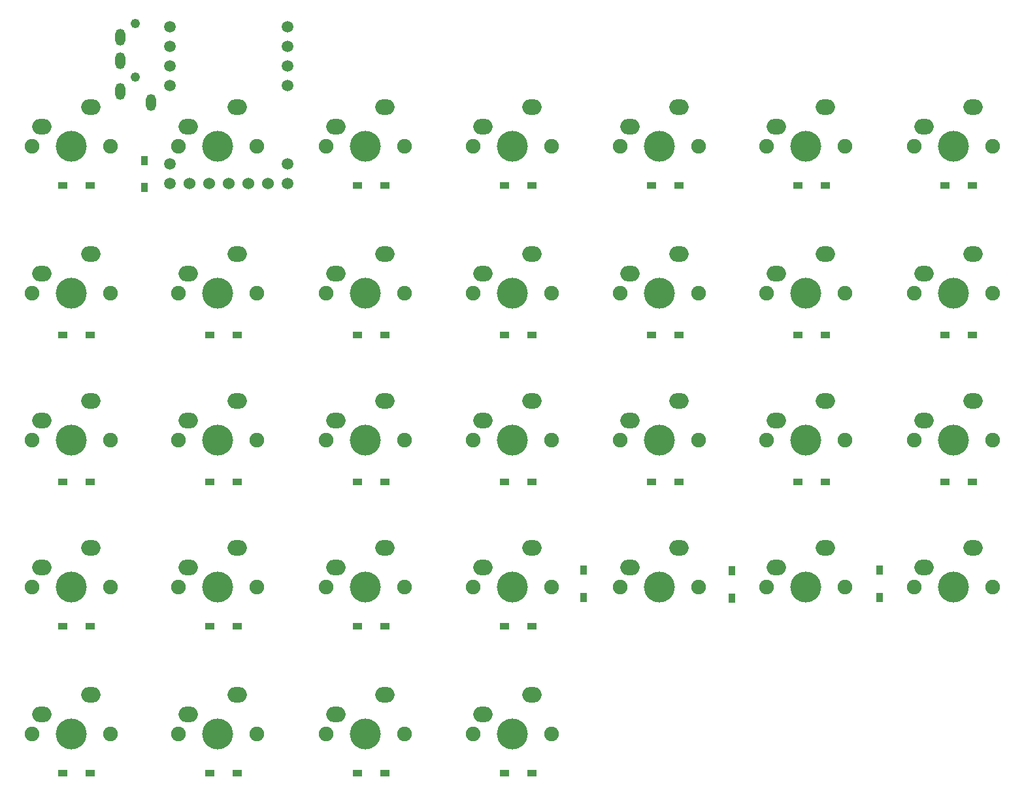
<source format=gbr>
%TF.GenerationSoftware,KiCad,Pcbnew,(7.0.0-0)*%
%TF.CreationDate,2023-04-16T10:11:04+09:00*%
%TF.ProjectId,pcb,7063622e-6b69-4636-9164-5f7063625858,rev?*%
%TF.SameCoordinates,Original*%
%TF.FileFunction,Soldermask,Bot*%
%TF.FilePolarity,Negative*%
%FSLAX46Y46*%
G04 Gerber Fmt 4.6, Leading zero omitted, Abs format (unit mm)*
G04 Created by KiCad (PCBNEW (7.0.0-0)) date 2023-04-16 10:11:04*
%MOMM*%
%LPD*%
G01*
G04 APERTURE LIST*
G04 Aperture macros list*
%AMRoundRect*
0 Rectangle with rounded corners*
0 $1 Rounding radius*
0 $2 $3 $4 $5 $6 $7 $8 $9 X,Y pos of 4 corners*
0 Add a 4 corners polygon primitive as box body*
4,1,4,$2,$3,$4,$5,$6,$7,$8,$9,$2,$3,0*
0 Add four circle primitives for the rounded corners*
1,1,$1+$1,$2,$3*
1,1,$1+$1,$4,$5*
1,1,$1+$1,$6,$7*
1,1,$1+$1,$8,$9*
0 Add four rect primitives between the rounded corners*
20,1,$1+$1,$2,$3,$4,$5,0*
20,1,$1+$1,$4,$5,$6,$7,0*
20,1,$1+$1,$6,$7,$8,$9,0*
20,1,$1+$1,$8,$9,$2,$3,0*%
G04 Aperture macros list end*
%ADD10C,1.900000*%
%ADD11C,4.000000*%
%ADD12O,2.500000X2.000000*%
%ADD13R,0.950000X1.300000*%
%ADD14R,1.300000X0.950000*%
%ADD15C,1.210000*%
%ADD16O,1.300000X2.200000*%
%ADD17RoundRect,0.756000X0.000000X-0.006000X0.000000X-0.006000X0.000000X0.006000X0.000000X0.006000X0*%
%ADD18RoundRect,0.756000X0.006000X0.000000X0.006000X0.000000X-0.006000X0.000000X-0.006000X0.000000X0*%
%ADD19RoundRect,0.756000X0.000000X0.006000X0.000000X0.006000X0.000000X-0.006000X0.000000X-0.006000X0*%
G04 APERTURE END LIST*
D10*
%TO.C,SW54*%
X268835987Y-95212000D03*
D11*
X273915987Y-95212000D03*
D10*
X278995987Y-95212000D03*
D12*
X270105986Y-92671999D03*
X276455986Y-90131999D03*
%TD*%
D13*
%TO.C,D56*%
X302499999Y-96539999D03*
X302499999Y-92989999D03*
%TD*%
D14*
%TO.C,D38*%
X234810986Y-81611999D03*
X238360986Y-81611999D03*
%TD*%
D10*
%TO.C,SW62*%
X211635987Y-114262000D03*
D11*
X216715987Y-114262000D03*
D10*
X221795987Y-114262000D03*
D12*
X212905986Y-111721999D03*
X219255986Y-109181999D03*
%TD*%
D10*
%TO.C,SW23*%
X211635987Y-57112000D03*
D11*
X216715987Y-57112000D03*
D10*
X221795987Y-57112000D03*
D12*
X212905986Y-54571999D03*
X219255986Y-52031999D03*
%TD*%
D14*
%TO.C,D53*%
X253925986Y-100291999D03*
X257475986Y-100291999D03*
%TD*%
D13*
%TO.C,D9*%
X207216199Y-43427999D03*
X207216199Y-39877999D03*
%TD*%
D10*
%TO.C,SW12*%
X268835987Y-38062000D03*
D11*
X273915987Y-38062000D03*
D10*
X278995987Y-38062000D03*
D12*
X270105986Y-35521999D03*
X276455986Y-32981999D03*
%TD*%
D10*
%TO.C,SW40*%
X268835987Y-76162000D03*
D11*
X273915987Y-76162000D03*
D10*
X278995987Y-76162000D03*
D12*
X270105986Y-73621999D03*
X276455986Y-71081999D03*
%TD*%
D13*
%TO.C,D55*%
X283379999Y-96639999D03*
X283379999Y-93089999D03*
%TD*%
D14*
%TO.C,D36*%
X196675986Y-81611999D03*
X200225986Y-81611999D03*
%TD*%
%TO.C,D62*%
X215725986Y-119361999D03*
X219275986Y-119361999D03*
%TD*%
%TO.C,D13*%
X291905986Y-43161999D03*
X295455986Y-43161999D03*
%TD*%
D10*
%TO.C,SW53*%
X249835987Y-95212000D03*
D11*
X254915987Y-95212000D03*
D10*
X259995987Y-95212000D03*
D12*
X251105986Y-92671999D03*
X257455986Y-90131999D03*
%TD*%
D13*
%TO.C,D54*%
X264159999Y-96539999D03*
X264159999Y-92989999D03*
%TD*%
D14*
%TO.C,D64*%
X253925986Y-119361999D03*
X257475986Y-119361999D03*
%TD*%
D10*
%TO.C,SW28*%
X306935987Y-57112000D03*
D11*
X312015987Y-57112000D03*
D10*
X317095987Y-57112000D03*
D12*
X308205986Y-54571999D03*
X314555986Y-52031999D03*
%TD*%
D10*
%TO.C,SW51*%
X211635987Y-95212000D03*
D11*
X216715987Y-95212000D03*
D10*
X221795987Y-95212000D03*
D12*
X212905986Y-92671999D03*
X219255986Y-90131999D03*
%TD*%
D14*
%TO.C,D23*%
X215725986Y-62481999D03*
X219275986Y-62481999D03*
%TD*%
D10*
%TO.C,SW37*%
X211635987Y-76162000D03*
D11*
X216715987Y-76162000D03*
D10*
X221795987Y-76162000D03*
D12*
X212905986Y-73621999D03*
X219255986Y-71081999D03*
%TD*%
D10*
%TO.C,SW56*%
X306935987Y-95212000D03*
D11*
X312015987Y-95212000D03*
D10*
X317095987Y-95212000D03*
D12*
X308205986Y-92671999D03*
X314555986Y-90131999D03*
%TD*%
D14*
%TO.C,D63*%
X234810986Y-119361999D03*
X238360986Y-119361999D03*
%TD*%
D10*
%TO.C,SW9*%
X211635987Y-38062000D03*
D11*
X216715987Y-38062000D03*
D10*
X221795987Y-38062000D03*
D12*
X212905986Y-35521999D03*
X219255986Y-32981999D03*
%TD*%
D10*
%TO.C,SW27*%
X287835987Y-57112000D03*
D11*
X292915987Y-57112000D03*
D10*
X297995987Y-57112000D03*
D12*
X289105986Y-54571999D03*
X295455986Y-52031999D03*
%TD*%
D10*
%TO.C,SW14*%
X306935987Y-38062000D03*
D11*
X312015987Y-38062000D03*
D10*
X317095987Y-38062000D03*
D12*
X308205986Y-35521999D03*
X314555986Y-32981999D03*
%TD*%
D10*
%TO.C,SW50*%
X192635987Y-95212000D03*
D11*
X197715987Y-95212000D03*
D10*
X202795987Y-95212000D03*
D12*
X193905986Y-92671999D03*
X200255986Y-90131999D03*
%TD*%
D10*
%TO.C,SW38*%
X230735987Y-76162000D03*
D11*
X235815987Y-76162000D03*
D10*
X240895987Y-76162000D03*
D12*
X232005986Y-73621999D03*
X238355986Y-71081999D03*
%TD*%
D10*
%TO.C,SW11*%
X249835987Y-38062000D03*
D11*
X254915987Y-38062000D03*
D10*
X259995987Y-38062000D03*
D12*
X251105986Y-35521999D03*
X257455986Y-32981999D03*
%TD*%
D14*
%TO.C,D50*%
X196675986Y-100291999D03*
X200225986Y-100291999D03*
%TD*%
D10*
%TO.C,SW52*%
X230735987Y-95212000D03*
D11*
X235815987Y-95212000D03*
D10*
X240895987Y-95212000D03*
D12*
X232005986Y-92671999D03*
X238355986Y-90131999D03*
%TD*%
D14*
%TO.C,D10*%
X234810986Y-43161999D03*
X238360986Y-43161999D03*
%TD*%
D10*
%TO.C,SW39*%
X249835987Y-76162000D03*
D11*
X254915987Y-76162000D03*
D10*
X259995987Y-76162000D03*
D12*
X251105986Y-73621999D03*
X257455986Y-71081999D03*
%TD*%
D14*
%TO.C,D61*%
X196675986Y-119361999D03*
X200225986Y-119361999D03*
%TD*%
D10*
%TO.C,SW55*%
X287835987Y-95212000D03*
D11*
X292915987Y-95212000D03*
D10*
X297995987Y-95212000D03*
D12*
X289105986Y-92671999D03*
X295455986Y-90131999D03*
%TD*%
D10*
%TO.C,SW24*%
X230735987Y-57112000D03*
D11*
X235815987Y-57112000D03*
D10*
X240895987Y-57112000D03*
D12*
X232005986Y-54571999D03*
X238355986Y-52031999D03*
%TD*%
D14*
%TO.C,D51*%
X215725986Y-100291999D03*
X219275986Y-100291999D03*
%TD*%
D10*
%TO.C,SW25*%
X249835987Y-57112000D03*
D11*
X254915987Y-57112000D03*
D10*
X259995987Y-57112000D03*
D12*
X251105986Y-54571999D03*
X257455986Y-52031999D03*
%TD*%
D15*
%TO.C,J2*%
X206068800Y-22120000D03*
X206068800Y-29120000D03*
D16*
X208068799Y-32419999D03*
X204068799Y-23919999D03*
X204068799Y-26919999D03*
X204068799Y-30919999D03*
%TD*%
D14*
%TO.C,D24*%
X234810986Y-62481999D03*
X238360986Y-62481999D03*
%TD*%
%TO.C,D25*%
X253925986Y-62481999D03*
X257475986Y-62481999D03*
%TD*%
D10*
%TO.C,SW10*%
X230735987Y-38062000D03*
D11*
X235815987Y-38062000D03*
D10*
X240895987Y-38062000D03*
D12*
X232005986Y-35521999D03*
X238355986Y-32981999D03*
%TD*%
D14*
%TO.C,D8*%
X196675986Y-43161999D03*
X200225986Y-43161999D03*
%TD*%
D10*
%TO.C,SW64*%
X249835987Y-114262000D03*
D11*
X254915987Y-114262000D03*
D10*
X259995987Y-114262000D03*
D12*
X251105986Y-111721999D03*
X257455986Y-109181999D03*
%TD*%
D14*
%TO.C,D37*%
X215725986Y-81611999D03*
X219275986Y-81611999D03*
%TD*%
%TO.C,D12*%
X272950986Y-43161999D03*
X276500986Y-43161999D03*
%TD*%
D10*
%TO.C,SW41*%
X287835987Y-76162000D03*
D11*
X292915987Y-76162000D03*
D10*
X297995987Y-76162000D03*
D12*
X289105986Y-73621999D03*
X295455986Y-71081999D03*
%TD*%
D10*
%TO.C,SW42*%
X306935987Y-76162000D03*
D11*
X312015987Y-76162000D03*
D10*
X317095987Y-76162000D03*
D12*
X308205986Y-73621999D03*
X314555986Y-71081999D03*
%TD*%
D14*
%TO.C,D11*%
X253925986Y-43161999D03*
X257475986Y-43161999D03*
%TD*%
D10*
%TO.C,SW36*%
X192635987Y-76162000D03*
D11*
X197715987Y-76162000D03*
D10*
X202795987Y-76162000D03*
D12*
X193905986Y-73621999D03*
X200255986Y-71081999D03*
%TD*%
D10*
%TO.C,SW63*%
X230735987Y-114262000D03*
D11*
X235815987Y-114262000D03*
D10*
X240895987Y-114262000D03*
D12*
X232005986Y-111721999D03*
X238355986Y-109181999D03*
%TD*%
D17*
%TO.C,A2*%
X210560000Y-22555200D03*
X210560000Y-25095200D03*
X210560000Y-27635200D03*
X210560000Y-30175200D03*
X210560000Y-40335200D03*
X210560000Y-42875200D03*
D18*
X213106000Y-42881200D03*
X215646000Y-42881200D03*
X218186000Y-42881200D03*
X220726000Y-42881200D03*
X223266000Y-42881200D03*
D19*
X225812000Y-42875200D03*
X225812000Y-40335200D03*
X225812000Y-30175200D03*
X225812000Y-27635200D03*
X225812000Y-22555200D03*
X225812000Y-25095200D03*
%TD*%
D14*
%TO.C,D39*%
X253925986Y-81611999D03*
X257475986Y-81611999D03*
%TD*%
D10*
%TO.C,SW13*%
X287835987Y-38062000D03*
D11*
X292915987Y-38062000D03*
D10*
X297995987Y-38062000D03*
D12*
X289105986Y-35521999D03*
X295455986Y-32981999D03*
%TD*%
D14*
%TO.C,D22*%
X196675986Y-62481999D03*
X200225986Y-62481999D03*
%TD*%
D10*
%TO.C,SW8*%
X192635987Y-38062000D03*
D11*
X197715987Y-38062000D03*
D10*
X202795987Y-38062000D03*
D12*
X193905986Y-35521999D03*
X200255986Y-32981999D03*
%TD*%
D14*
%TO.C,D28*%
X310990986Y-62481999D03*
X314540986Y-62481999D03*
%TD*%
%TO.C,D52*%
X234810986Y-100291999D03*
X238360986Y-100291999D03*
%TD*%
%TO.C,D42*%
X310990986Y-81611999D03*
X314540986Y-81611999D03*
%TD*%
%TO.C,D26*%
X272950986Y-62481999D03*
X276500986Y-62481999D03*
%TD*%
%TO.C,D14*%
X310990986Y-43161999D03*
X314540986Y-43161999D03*
%TD*%
D10*
%TO.C,SW61*%
X192635987Y-114262000D03*
D11*
X197715987Y-114262000D03*
D10*
X202795987Y-114262000D03*
D12*
X193905986Y-111721999D03*
X200255986Y-109181999D03*
%TD*%
D10*
%TO.C,SW26*%
X268835987Y-57112000D03*
D11*
X273915987Y-57112000D03*
D10*
X278995987Y-57112000D03*
D12*
X270105986Y-54571999D03*
X276455986Y-52031999D03*
%TD*%
D10*
%TO.C,SW22*%
X192635987Y-57112000D03*
D11*
X197715987Y-57112000D03*
D10*
X202795987Y-57112000D03*
D12*
X193905986Y-54571999D03*
X200255986Y-52031999D03*
%TD*%
D14*
%TO.C,D40*%
X272950986Y-81611999D03*
X276500986Y-81611999D03*
%TD*%
%TO.C,D41*%
X291905986Y-81611999D03*
X295455986Y-81611999D03*
%TD*%
%TO.C,D27*%
X291905986Y-62481999D03*
X295455986Y-62481999D03*
%TD*%
M02*

</source>
